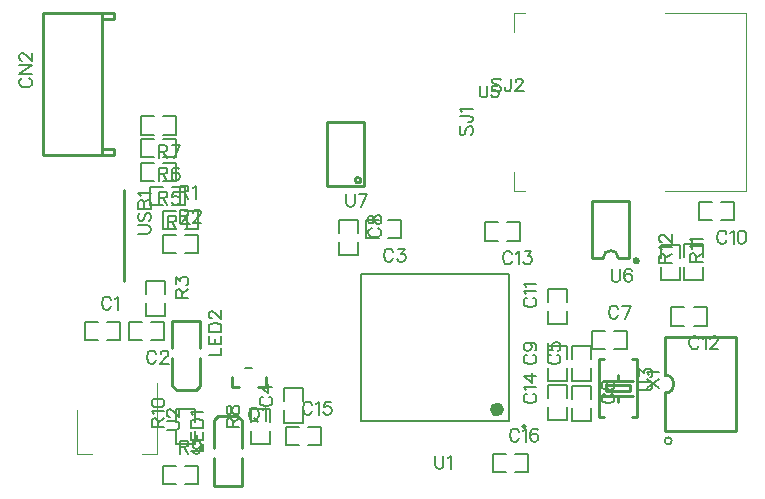
<source format=gto>
G04 ---------------------------- Layer name :TOP SILK LAYER*
G04 EasyEDA v5.7.22, Tue, 28 Aug 2018 07:39:09 GMT*
G04 bfd24f9e386c429bb71d77877026fdf2*
G04 Gerber Generator version 0.2*
G04 Scale: 100 percent, Rotated: No, Reflected: No *
G04 Dimensions in inches *
G04 leading zeros omitted , absolute positions ,2 integer and 4 decimal *
%FSLAX24Y24*%
%MOIN*%
G90*
G70D02*

%ADD14C,0.010000*%
%ADD40C,0.004724*%
%ADD41C,0.009842*%
%ADD42C,0.007874*%
%ADD43C,0.010630*%
%ADD44C,0.007900*%
%ADD45C,0.004720*%
%ADD46C,0.009800*%
%ADD47C,0.023600*%
%ADD48C,0.007000*%
%ADD49C,0.005910*%

%LPD*%
G54D40*
G01X688Y2865D02*
G01X688Y1386D01*
G01X1185Y1386D01*
G01X3374Y3751D02*
G01X3374Y1386D01*
G01X2877Y1386D01*
G54D41*
G01X20310Y5303D02*
G01X22672Y5303D01*
G01X22672Y5303D02*
G01X22672Y2153D01*
G01X22672Y2153D02*
G01X20310Y2153D01*
G01X20310Y2153D02*
G01X20310Y3432D01*
G01X20310Y4023D02*
G01X20310Y5303D01*
G54D14*
G01X2281Y7178D02*
G01X2281Y10209D01*
G54D42*
G01X1703Y5813D02*
G01X2137Y5813D01*
G01X2137Y5182D01*
G01X1703Y5182D01*
G01X1389Y5813D02*
G01X955Y5813D01*
G01X955Y5419D01*
G01X955Y5182D01*
G01X1389Y5182D01*
G01X2859Y5182D02*
G01X2426Y5182D01*
G01X2426Y5813D01*
G01X2859Y5813D01*
G01X3174Y5182D02*
G01X3607Y5182D01*
G01X3607Y5576D01*
G01X3607Y5813D01*
G01X3174Y5813D01*
G01X4303Y9513D02*
G01X4737Y9513D01*
G01X4737Y8882D01*
G01X4303Y8882D01*
G01X3989Y9513D02*
G01X3555Y9513D01*
G01X3555Y9119D01*
G01X3555Y8882D01*
G01X3989Y8882D01*
G01X4303Y8713D02*
G01X4737Y8713D01*
G01X4737Y8082D01*
G01X4303Y8082D01*
G01X3989Y8713D02*
G01X3555Y8713D01*
G01X3555Y8319D01*
G01X3555Y8082D01*
G01X3989Y8082D01*
G01X3646Y6426D02*
G01X3646Y5992D01*
G01X3016Y5992D01*
G01X3016Y6426D01*
G01X3646Y6740D02*
G01X3646Y7174D01*
G01X3252Y7174D01*
G01X3016Y7174D01*
G01X3016Y6740D01*
G01X10759Y8582D02*
G01X10325Y8582D01*
G01X10325Y9213D01*
G01X10759Y9213D01*
G01X11073Y8582D02*
G01X11507Y8582D01*
G01X11507Y8976D01*
G01X11507Y9213D01*
G01X11073Y9213D01*
G01X7616Y3169D02*
G01X7616Y3603D01*
G01X8246Y3603D01*
G01X8246Y3169D01*
G01X7616Y2855D02*
G01X7616Y2421D01*
G01X8010Y2421D01*
G01X8246Y2421D01*
G01X8246Y2855D01*
G01X17216Y4569D02*
G01X17216Y5003D01*
G01X17846Y5003D01*
G01X17846Y4569D01*
G01X17216Y4255D02*
G01X17216Y3821D01*
G01X17610Y3821D01*
G01X17846Y3821D01*
G01X17846Y4255D01*
G54D14*
G01X19201Y2617D02*
G01X19361Y2617D01*
G01X19361Y4578D01*
G01X19201Y4578D01*
G01X18261Y4578D02*
G01X18101Y4578D01*
G01X18101Y2617D01*
G01X18261Y2617D01*
G01X19131Y3698D02*
G01X18331Y3698D01*
G01X18331Y3498D01*
G01X19131Y3498D01*
G01X19131Y3698D01*
G01X19231Y3848D02*
G01X18731Y3848D01*
G01X18231Y3848D01*
G01X19231Y3348D02*
G01X18731Y3348D01*
G01X18231Y3348D01*
G01X18731Y3848D02*
G01X18731Y4048D01*
G01X18731Y3348D02*
G01X18731Y3148D01*
G54D42*
G01X17846Y2926D02*
G01X17846Y2492D01*
G01X17216Y2492D01*
G01X17216Y2926D01*
G01X17846Y3240D02*
G01X17846Y3674D01*
G01X17452Y3674D01*
G01X17216Y3674D01*
G01X17216Y3240D01*
G01X18603Y5513D02*
G01X19037Y5513D01*
G01X19037Y4882D01*
G01X18603Y4882D01*
G01X18289Y5513D02*
G01X17855Y5513D01*
G01X17855Y5119D01*
G01X17855Y4882D01*
G01X18289Y4882D01*
G01X3559Y9682D02*
G01X3126Y9682D01*
G01X3126Y10313D01*
G01X3559Y10313D01*
G01X3874Y9682D02*
G01X4307Y9682D01*
G01X4307Y10076D01*
G01X4307Y10313D01*
G01X3874Y10313D01*
G01X3259Y10482D02*
G01X2826Y10482D01*
G01X2826Y11113D01*
G01X3259Y11113D01*
G01X3574Y10482D02*
G01X4007Y10482D01*
G01X4007Y10876D01*
G01X4007Y11113D01*
G01X3574Y11113D01*
G01X3259Y11282D02*
G01X2826Y11282D01*
G01X2826Y11913D01*
G01X3259Y11913D01*
G01X3574Y11282D02*
G01X4007Y11282D01*
G01X4007Y11676D01*
G01X4007Y11913D01*
G01X3574Y11913D01*
G01X3259Y12023D02*
G01X2826Y12023D01*
G01X2826Y12653D01*
G01X3259Y12653D01*
G01X3574Y12023D02*
G01X4007Y12023D01*
G01X4007Y12417D01*
G01X4007Y12653D01*
G01X3574Y12653D01*
G54D14*
G01X6116Y3642D02*
G01X5856Y3642D01*
G01X6116Y3642D01*
G01X5856Y3642D01*
G01X5856Y3963D01*
G01X7006Y3963D02*
G01X7006Y3642D01*
G01X6746Y3642D01*
G54D42*
G01X6549Y4251D02*
G01X6313Y4251D01*
G01X6516Y2469D02*
G01X6516Y2903D01*
G01X7146Y2903D01*
G01X7146Y2469D01*
G01X6516Y2155D02*
G01X6516Y1721D01*
G01X6910Y1721D01*
G01X7146Y1721D01*
G01X7146Y2155D01*
G01X4303Y1013D02*
G01X4737Y1013D01*
G01X4737Y382D01*
G01X4303Y382D01*
G01X3989Y1013D02*
G01X3555Y1013D01*
G01X3555Y619D01*
G01X3555Y382D01*
G01X3989Y382D01*
G54D43*
G01X5251Y1257D02*
G01X5251Y348D01*
G01X6201Y348D01*
G01X6201Y1257D01*
G01X6201Y1257D01*
G01X6201Y1588D02*
G01X6201Y2517D01*
G01X6041Y2678D01*
G01X5411Y2678D01*
G01X5251Y2517D01*
G01X5251Y1588D01*
G54D42*
G01X10076Y8455D02*
G01X10076Y8021D01*
G01X9446Y8021D01*
G01X9446Y8455D01*
G01X10076Y8769D02*
G01X10076Y9203D01*
G01X9682Y9203D01*
G01X9446Y9203D01*
G01X9446Y8769D01*
G01X16416Y4569D02*
G01X16416Y5003D01*
G01X17046Y5003D01*
G01X17046Y4569D01*
G01X16416Y4255D02*
G01X16416Y3821D01*
G01X16810Y3821D01*
G01X17046Y3821D01*
G01X17046Y4255D01*
G01X21869Y9182D02*
G01X21435Y9182D01*
G01X21435Y9813D01*
G01X21869Y9813D01*
G01X22183Y9182D02*
G01X22617Y9182D01*
G01X22617Y9576D01*
G01X22617Y9813D01*
G01X22183Y9813D01*
G01X16416Y6469D02*
G01X16416Y6903D01*
G01X17046Y6903D01*
G01X17046Y6469D01*
G01X16416Y6155D02*
G01X16416Y5721D01*
G01X16810Y5721D01*
G01X17046Y5721D01*
G01X17046Y6155D01*
G01X20939Y5663D02*
G01X20505Y5663D01*
G01X20505Y6292D01*
G01X20939Y6292D01*
G01X21253Y5663D02*
G01X21687Y5663D01*
G01X21687Y6057D01*
G01X21687Y6292D01*
G01X21253Y6292D01*
G01X14728Y8492D02*
G01X14295Y8492D01*
G01X14295Y9123D01*
G01X14728Y9123D01*
G01X15043Y8492D02*
G01X15477Y8492D01*
G01X15477Y8886D01*
G01X15477Y9123D01*
G01X15043Y9123D01*
G01X16416Y3269D02*
G01X16416Y3703D01*
G01X17046Y3703D01*
G01X17046Y3269D01*
G01X16416Y2955D02*
G01X16416Y2521D01*
G01X16810Y2521D01*
G01X17046Y2521D01*
G01X17046Y2955D01*
G01X8403Y2313D02*
G01X8837Y2313D01*
G01X8837Y1682D01*
G01X8403Y1682D01*
G01X8089Y2313D02*
G01X7655Y2313D01*
G01X7655Y1919D01*
G01X7655Y1682D01*
G01X8089Y1682D01*
G01X15303Y1413D02*
G01X15737Y1413D01*
G01X15737Y782D01*
G01X15303Y782D01*
G01X14989Y1413D02*
G01X14555Y1413D01*
G01X14555Y1019D01*
G01X14555Y782D01*
G01X14989Y782D01*
G01X4016Y2469D02*
G01X4016Y2903D01*
G01X4646Y2903D01*
G01X4646Y2469D01*
G01X4016Y2155D02*
G01X4016Y1721D01*
G01X4410Y1721D01*
G01X4646Y1721D01*
G01X4646Y2155D01*
G54D43*
G01X4811Y4938D02*
G01X4811Y5848D01*
G01X3861Y5848D01*
G01X3861Y4938D01*
G01X3861Y4938D01*
G01X3861Y4607D02*
G01X3861Y3678D01*
G01X4021Y3517D01*
G01X4651Y3517D01*
G01X4811Y3678D01*
G01X4811Y4607D01*
G54D42*
G01X20786Y7626D02*
G01X20786Y7192D01*
G01X20156Y7192D01*
G01X20156Y7626D01*
G01X20786Y7940D02*
G01X20786Y8374D01*
G01X20392Y8374D01*
G01X20156Y8374D01*
G01X20156Y7940D01*
G01X20936Y7950D02*
G01X20936Y8382D01*
G01X21566Y8382D01*
G01X21566Y7950D01*
G01X20936Y7634D02*
G01X20936Y7201D01*
G01X21330Y7201D01*
G01X21566Y7201D01*
G01X21566Y7634D01*
G54D14*
G01X19111Y7928D02*
G01X19111Y9828D01*
G01X17871Y9828D01*
G01X17871Y7928D01*
G01X17871Y7928D02*
G01X18241Y7928D01*
G01X18741Y7928D02*
G01X19111Y7928D01*
G01X-441Y11363D02*
G01X-441Y14316D01*
G01X-437Y11363D02*
G01X1530Y11363D01*
G01X1530Y11363D02*
G01X1530Y14280D01*
G01X1920Y11363D02*
G01X1920Y11552D01*
G01X1542Y11552D01*
G01X1530Y11552D01*
G01X1518Y11363D02*
G01X1920Y11363D01*
G01X-437Y13142D02*
G01X-437Y16095D01*
G01X-425Y16106D02*
G01X1543Y16106D01*
G01X1530Y13182D02*
G01X1530Y16099D01*
G01X1940Y16103D02*
G01X1940Y15913D01*
G01X1562Y15913D01*
G01X1550Y15913D01*
G01X1535Y16106D02*
G01X1936Y16106D01*
G01X10282Y12457D02*
G01X10282Y10332D01*
G01X9023Y12457D02*
G01X9023Y10332D01*
G01X10282Y12457D02*
G01X9023Y12457D01*
G01X10271Y10328D02*
G01X9071Y10328D01*
G54D44*
G01X10171Y2486D02*
G01X15093Y2486D01*
G01X15093Y7407D01*
G01X10171Y7407D01*
G01X10171Y7407D02*
G01X10171Y2486D01*
G54D45*
G01X15252Y10805D02*
G01X15252Y10163D01*
G01X15629Y10163D01*
G01X15629Y16093D02*
G01X15252Y16093D01*
G01X15252Y15451D01*
G01X20315Y16093D02*
G01X23015Y16093D01*
G01X23015Y10163D01*
G01X20315Y10163D01*
G54D48*
G01X3686Y2198D02*
G01X3992Y2198D01*
G01X4053Y2217D01*
G01X4095Y2259D01*
G01X4115Y2321D01*
G01X4115Y2361D01*
G01X4095Y2423D01*
G01X4053Y2463D01*
G01X3992Y2484D01*
G01X3686Y2484D01*
G01X3788Y2640D02*
G01X3767Y2640D01*
G01X3726Y2659D01*
G01X3706Y2680D01*
G01X3686Y2721D01*
G01X3686Y2803D01*
G01X3706Y2844D01*
G01X3726Y2865D01*
G01X3767Y2884D01*
G01X3808Y2884D01*
G01X3849Y2865D01*
G01X3911Y2824D01*
G01X4115Y2619D01*
G01X4115Y2905D01*
G01X19446Y3528D02*
G01X19752Y3528D01*
G01X19814Y3548D01*
G01X19855Y3588D01*
G01X19875Y3651D01*
G01X19875Y3692D01*
G01X19855Y3753D01*
G01X19814Y3794D01*
G01X19752Y3813D01*
G01X19446Y3813D01*
G01X19446Y3990D02*
G01X19446Y4215D01*
G01X19609Y4092D01*
G01X19609Y4153D01*
G01X19630Y4194D01*
G01X19650Y4215D01*
G01X19711Y4236D01*
G01X19752Y4236D01*
G01X19814Y4215D01*
G01X19855Y4174D01*
G01X19875Y4113D01*
G01X19875Y4051D01*
G01X19855Y3990D01*
G01X19834Y3969D01*
G01X19793Y3949D01*
G01X2741Y8732D02*
G01X3047Y8732D01*
G01X3109Y8752D01*
G01X3150Y8793D01*
G01X3170Y8855D01*
G01X3170Y8896D01*
G01X3150Y8957D01*
G01X3109Y8998D01*
G01X3047Y9018D01*
G01X2741Y9018D01*
G01X2802Y9440D02*
G01X2761Y9399D01*
G01X2741Y9337D01*
G01X2741Y9256D01*
G01X2761Y9194D01*
G01X2802Y9153D01*
G01X2843Y9153D01*
G01X2884Y9174D01*
G01X2904Y9194D01*
G01X2925Y9235D01*
G01X2966Y9358D01*
G01X2986Y9399D01*
G01X3006Y9419D01*
G01X3047Y9440D01*
G01X3109Y9440D01*
G01X3150Y9399D01*
G01X3170Y9337D01*
G01X3170Y9256D01*
G01X3150Y9194D01*
G01X3109Y9153D01*
G01X2741Y9575D02*
G01X3170Y9575D01*
G01X2741Y9575D02*
G01X2741Y9759D01*
G01X2761Y9820D01*
G01X2781Y9841D01*
G01X2822Y9861D01*
G01X2863Y9861D01*
G01X2904Y9841D01*
G01X2925Y9820D01*
G01X2945Y9759D01*
G01X2945Y9575D02*
G01X2945Y9759D01*
G01X2966Y9820D01*
G01X2986Y9841D01*
G01X3027Y9861D01*
G01X3088Y9861D01*
G01X3129Y9841D01*
G01X3150Y9820D01*
G01X3170Y9759D01*
G01X3170Y9575D01*
G01X2822Y9996D02*
G01X2802Y10037D01*
G01X2741Y10098D01*
G01X3170Y10098D01*
G01X1838Y6540D02*
G01X1817Y6582D01*
G01X1776Y6623D01*
G01X1736Y6642D01*
G01X1653Y6642D01*
G01X1613Y6623D01*
G01X1572Y6582D01*
G01X1551Y6540D01*
G01X1531Y6480D01*
G01X1531Y6378D01*
G01X1551Y6315D01*
G01X1572Y6275D01*
G01X1613Y6234D01*
G01X1653Y6213D01*
G01X1736Y6213D01*
G01X1776Y6234D01*
G01X1817Y6275D01*
G01X1838Y6315D01*
G01X1973Y6561D02*
G01X2014Y6582D01*
G01X2075Y6642D01*
G01X2075Y6213D01*
G01X3338Y4740D02*
G01X3317Y4782D01*
G01X3276Y4823D01*
G01X3236Y4842D01*
G01X3153Y4842D01*
G01X3113Y4823D01*
G01X3072Y4782D01*
G01X3051Y4740D01*
G01X3031Y4680D01*
G01X3031Y4578D01*
G01X3051Y4515D01*
G01X3072Y4475D01*
G01X3113Y4434D01*
G01X3153Y4413D01*
G01X3236Y4413D01*
G01X3276Y4434D01*
G01X3317Y4475D01*
G01X3338Y4515D01*
G01X3493Y4740D02*
G01X3493Y4761D01*
G01X3514Y4803D01*
G01X3534Y4823D01*
G01X3575Y4842D01*
G01X3657Y4842D01*
G01X3698Y4823D01*
G01X3718Y4803D01*
G01X3739Y4761D01*
G01X3739Y4721D01*
G01X3718Y4680D01*
G01X3677Y4617D01*
G01X3473Y4413D01*
G01X3759Y4413D01*
G01X4131Y10342D02*
G01X4131Y9913D01*
G01X4131Y10342D02*
G01X4315Y10342D01*
G01X4376Y10323D01*
G01X4397Y10303D01*
G01X4417Y10261D01*
G01X4417Y10221D01*
G01X4397Y10180D01*
G01X4376Y10159D01*
G01X4315Y10138D01*
G01X4131Y10138D01*
G01X4274Y10138D02*
G01X4417Y9913D01*
G01X4552Y10261D02*
G01X4593Y10282D01*
G01X4655Y10342D01*
G01X4655Y9913D01*
G01X4131Y9542D02*
G01X4131Y9113D01*
G01X4131Y9542D02*
G01X4315Y9542D01*
G01X4376Y9523D01*
G01X4397Y9503D01*
G01X4417Y9461D01*
G01X4417Y9421D01*
G01X4397Y9380D01*
G01X4376Y9359D01*
G01X4315Y9338D01*
G01X4131Y9338D01*
G01X4274Y9338D02*
G01X4417Y9113D01*
G01X4573Y9440D02*
G01X4573Y9461D01*
G01X4593Y9503D01*
G01X4614Y9523D01*
G01X4655Y9542D01*
G01X4736Y9542D01*
G01X4777Y9523D01*
G01X4798Y9503D01*
G01X4818Y9461D01*
G01X4818Y9421D01*
G01X4798Y9380D01*
G01X4757Y9317D01*
G01X4552Y9113D01*
G01X4839Y9113D01*
G01X3986Y6598D02*
G01X4415Y6598D01*
G01X3986Y6598D02*
G01X3986Y6782D01*
G01X4006Y6842D01*
G01X4026Y6863D01*
G01X4067Y6884D01*
G01X4108Y6884D01*
G01X4149Y6863D01*
G01X4170Y6842D01*
G01X4190Y6782D01*
G01X4190Y6598D01*
G01X4190Y6740D02*
G01X4415Y6884D01*
G01X3986Y7059D02*
G01X3986Y7284D01*
G01X4149Y7163D01*
G01X4149Y7224D01*
G01X4170Y7265D01*
G01X4190Y7284D01*
G01X4251Y7305D01*
G01X4292Y7305D01*
G01X4353Y7284D01*
G01X4395Y7244D01*
G01X4415Y7182D01*
G01X4415Y7121D01*
G01X4395Y7059D01*
G01X4374Y7040D01*
G01X4333Y7019D01*
G01X11238Y8140D02*
G01X11217Y8182D01*
G01X11176Y8223D01*
G01X11136Y8242D01*
G01X11053Y8242D01*
G01X11013Y8223D01*
G01X10972Y8182D01*
G01X10951Y8140D01*
G01X10931Y8080D01*
G01X10931Y7978D01*
G01X10951Y7915D01*
G01X10972Y7875D01*
G01X11013Y7834D01*
G01X11053Y7813D01*
G01X11136Y7813D01*
G01X11176Y7834D01*
G01X11217Y7875D01*
G01X11238Y7915D01*
G01X11414Y8242D02*
G01X11639Y8242D01*
G01X11516Y8080D01*
G01X11577Y8080D01*
G01X11618Y8059D01*
G01X11639Y8038D01*
G01X11659Y7978D01*
G01X11659Y7936D01*
G01X11639Y7875D01*
G01X11598Y7834D01*
G01X11536Y7813D01*
G01X11475Y7813D01*
G01X11414Y7834D01*
G01X11393Y7855D01*
G01X11373Y7896D01*
G01X6888Y3305D02*
G01X6847Y3284D01*
G01X6806Y3242D01*
G01X6786Y3203D01*
G01X6786Y3121D01*
G01X6806Y3080D01*
G01X6847Y3038D01*
G01X6888Y3017D01*
G01X6949Y2998D01*
G01X7051Y2998D01*
G01X7113Y3017D01*
G01X7153Y3038D01*
G01X7195Y3080D01*
G01X7215Y3121D01*
G01X7215Y3203D01*
G01X7195Y3242D01*
G01X7153Y3284D01*
G01X7113Y3305D01*
G01X6786Y3644D02*
G01X7072Y3440D01*
G01X7072Y3746D01*
G01X6786Y3644D02*
G01X7215Y3644D01*
G01X16488Y4705D02*
G01X16447Y4684D01*
G01X16406Y4642D01*
G01X16386Y4603D01*
G01X16386Y4521D01*
G01X16406Y4480D01*
G01X16447Y4438D01*
G01X16488Y4417D01*
G01X16549Y4398D01*
G01X16651Y4398D01*
G01X16713Y4417D01*
G01X16753Y4438D01*
G01X16795Y4480D01*
G01X16815Y4521D01*
G01X16815Y4603D01*
G01X16795Y4642D01*
G01X16753Y4684D01*
G01X16713Y4705D01*
G01X16386Y5084D02*
G01X16386Y4880D01*
G01X16570Y4859D01*
G01X16549Y4880D01*
G01X16528Y4942D01*
G01X16528Y5003D01*
G01X16549Y5065D01*
G01X16590Y5105D01*
G01X16651Y5126D01*
G01X16692Y5126D01*
G01X16753Y5105D01*
G01X16795Y5065D01*
G01X16815Y5003D01*
G01X16815Y4942D01*
G01X16795Y4880D01*
G01X16774Y4859D01*
G01X16733Y4840D01*
G01X19686Y3598D02*
G01X20115Y3884D01*
G01X19686Y3884D02*
G01X20115Y3598D01*
G01X19767Y4019D02*
G01X19747Y4059D01*
G01X19686Y4121D01*
G01X20115Y4121D01*
G01X18288Y3405D02*
G01X18247Y3384D01*
G01X18206Y3342D01*
G01X18186Y3303D01*
G01X18186Y3221D01*
G01X18206Y3180D01*
G01X18247Y3138D01*
G01X18288Y3117D01*
G01X18349Y3098D01*
G01X18451Y3098D01*
G01X18513Y3117D01*
G01X18553Y3138D01*
G01X18595Y3180D01*
G01X18615Y3221D01*
G01X18615Y3303D01*
G01X18595Y3342D01*
G01X18553Y3384D01*
G01X18513Y3405D01*
G01X18247Y3784D02*
G01X18206Y3765D01*
G01X18186Y3703D01*
G01X18186Y3663D01*
G01X18206Y3601D01*
G01X18267Y3559D01*
G01X18370Y3540D01*
G01X18472Y3540D01*
G01X18553Y3559D01*
G01X18595Y3601D01*
G01X18615Y3663D01*
G01X18615Y3682D01*
G01X18595Y3744D01*
G01X18553Y3784D01*
G01X18492Y3805D01*
G01X18472Y3805D01*
G01X18411Y3784D01*
G01X18370Y3744D01*
G01X18349Y3682D01*
G01X18349Y3663D01*
G01X18370Y3601D01*
G01X18411Y3559D01*
G01X18472Y3540D01*
G01X18738Y6240D02*
G01X18717Y6282D01*
G01X18676Y6323D01*
G01X18636Y6342D01*
G01X18553Y6342D01*
G01X18513Y6323D01*
G01X18472Y6282D01*
G01X18451Y6240D01*
G01X18431Y6180D01*
G01X18431Y6078D01*
G01X18451Y6015D01*
G01X18472Y5975D01*
G01X18513Y5934D01*
G01X18553Y5913D01*
G01X18636Y5913D01*
G01X18676Y5934D01*
G01X18717Y5975D01*
G01X18738Y6015D01*
G01X19159Y6342D02*
G01X18955Y5913D01*
G01X18873Y6342D02*
G01X19159Y6342D01*
G01X3731Y9342D02*
G01X3731Y8913D01*
G01X3731Y9342D02*
G01X3915Y9342D01*
G01X3976Y9323D01*
G01X3997Y9303D01*
G01X4017Y9261D01*
G01X4017Y9221D01*
G01X3997Y9180D01*
G01X3976Y9159D01*
G01X3915Y9138D01*
G01X3731Y9138D01*
G01X3874Y9138D02*
G01X4017Y8913D01*
G01X4357Y9342D02*
G01X4152Y9057D01*
G01X4459Y9057D01*
G01X4357Y9342D02*
G01X4357Y8913D01*
G01X3431Y10142D02*
G01X3431Y9713D01*
G01X3431Y10142D02*
G01X3615Y10142D01*
G01X3676Y10123D01*
G01X3697Y10103D01*
G01X3717Y10061D01*
G01X3717Y10021D01*
G01X3697Y9980D01*
G01X3676Y9959D01*
G01X3615Y9938D01*
G01X3431Y9938D01*
G01X3574Y9938D02*
G01X3717Y9713D01*
G01X4098Y10142D02*
G01X3893Y10142D01*
G01X3873Y9959D01*
G01X3893Y9980D01*
G01X3955Y10000D01*
G01X4016Y10000D01*
G01X4077Y9980D01*
G01X4118Y9938D01*
G01X4139Y9878D01*
G01X4139Y9836D01*
G01X4118Y9775D01*
G01X4077Y9734D01*
G01X4016Y9713D01*
G01X3955Y9713D01*
G01X3893Y9734D01*
G01X3873Y9755D01*
G01X3852Y9796D01*
G01X3431Y10942D02*
G01X3431Y10513D01*
G01X3431Y10942D02*
G01X3615Y10942D01*
G01X3676Y10923D01*
G01X3697Y10903D01*
G01X3717Y10861D01*
G01X3717Y10821D01*
G01X3697Y10780D01*
G01X3676Y10759D01*
G01X3615Y10738D01*
G01X3431Y10738D01*
G01X3574Y10738D02*
G01X3717Y10513D01*
G01X4098Y10882D02*
G01X4077Y10923D01*
G01X4016Y10942D01*
G01X3975Y10942D01*
G01X3914Y10923D01*
G01X3873Y10861D01*
G01X3852Y10759D01*
G01X3852Y10657D01*
G01X3873Y10575D01*
G01X3914Y10534D01*
G01X3975Y10513D01*
G01X3996Y10513D01*
G01X4057Y10534D01*
G01X4098Y10575D01*
G01X4118Y10636D01*
G01X4118Y10657D01*
G01X4098Y10717D01*
G01X4057Y10759D01*
G01X3996Y10780D01*
G01X3975Y10780D01*
G01X3914Y10759D01*
G01X3873Y10717D01*
G01X3852Y10657D01*
G01X3431Y11682D02*
G01X3431Y11253D01*
G01X3431Y11682D02*
G01X3615Y11682D01*
G01X3676Y11663D01*
G01X3697Y11642D01*
G01X3717Y11601D01*
G01X3717Y11561D01*
G01X3697Y11519D01*
G01X3676Y11499D01*
G01X3615Y11478D01*
G01X3431Y11478D01*
G01X3574Y11478D02*
G01X3717Y11253D01*
G01X4139Y11682D02*
G01X3934Y11253D01*
G01X3852Y11682D02*
G01X4139Y11682D01*
G01X6553Y2942D02*
G01X6513Y2923D01*
G01X6472Y2882D01*
G01X6451Y2840D01*
G01X6431Y2780D01*
G01X6431Y2678D01*
G01X6451Y2615D01*
G01X6472Y2575D01*
G01X6513Y2534D01*
G01X6553Y2513D01*
G01X6636Y2513D01*
G01X6676Y2534D01*
G01X6717Y2575D01*
G01X6738Y2615D01*
G01X6758Y2678D01*
G01X6758Y2780D01*
G01X6738Y2840D01*
G01X6717Y2882D01*
G01X6676Y2923D01*
G01X6636Y2942D01*
G01X6553Y2942D01*
G01X6615Y2596D02*
G01X6738Y2473D01*
G01X6893Y2861D02*
G01X6934Y2882D01*
G01X6996Y2942D01*
G01X6996Y2513D01*
G01X5686Y2298D02*
G01X6115Y2298D01*
G01X5686Y2298D02*
G01X5686Y2482D01*
G01X5706Y2542D01*
G01X5726Y2563D01*
G01X5767Y2584D01*
G01X5808Y2584D01*
G01X5849Y2563D01*
G01X5870Y2542D01*
G01X5890Y2482D01*
G01X5890Y2298D01*
G01X5890Y2440D02*
G01X6115Y2584D01*
G01X5686Y2821D02*
G01X5706Y2759D01*
G01X5747Y2740D01*
G01X5788Y2740D01*
G01X5828Y2759D01*
G01X5849Y2801D01*
G01X5870Y2882D01*
G01X5890Y2944D01*
G01X5931Y2984D01*
G01X5972Y3005D01*
G01X6033Y3005D01*
G01X6074Y2984D01*
G01X6095Y2965D01*
G01X6115Y2903D01*
G01X6115Y2821D01*
G01X6095Y2759D01*
G01X6074Y2740D01*
G01X6033Y2719D01*
G01X5972Y2719D01*
G01X5931Y2740D01*
G01X5890Y2780D01*
G01X5870Y2842D01*
G01X5849Y2924D01*
G01X5828Y2965D01*
G01X5788Y2984D01*
G01X5747Y2984D01*
G01X5706Y2965D01*
G01X5686Y2903D01*
G01X5686Y2821D01*
G01X4131Y1842D02*
G01X4131Y1413D01*
G01X4131Y1842D02*
G01X4315Y1842D01*
G01X4376Y1823D01*
G01X4397Y1803D01*
G01X4417Y1761D01*
G01X4417Y1721D01*
G01X4397Y1680D01*
G01X4376Y1659D01*
G01X4315Y1638D01*
G01X4131Y1638D01*
G01X4274Y1638D02*
G01X4417Y1413D01*
G01X4818Y1700D02*
G01X4798Y1638D01*
G01X4757Y1598D01*
G01X4696Y1578D01*
G01X4675Y1578D01*
G01X4614Y1598D01*
G01X4573Y1638D01*
G01X4552Y1700D01*
G01X4552Y1721D01*
G01X4573Y1782D01*
G01X4614Y1823D01*
G01X4675Y1842D01*
G01X4696Y1842D01*
G01X4757Y1823D01*
G01X4798Y1782D01*
G01X4818Y1700D01*
G01X4818Y1598D01*
G01X4798Y1496D01*
G01X4757Y1434D01*
G01X4696Y1413D01*
G01X4655Y1413D01*
G01X4593Y1434D01*
G01X4573Y1475D01*
G01X4486Y1498D02*
G01X4915Y1498D01*
G01X4915Y1498D02*
G01X4915Y1742D01*
G01X4486Y1878D02*
G01X4915Y1878D01*
G01X4486Y1878D02*
G01X4486Y2144D01*
G01X4690Y1878D02*
G01X4690Y2042D01*
G01X4915Y1878D02*
G01X4915Y2144D01*
G01X4486Y2278D02*
G01X4915Y2278D01*
G01X4486Y2278D02*
G01X4486Y2423D01*
G01X4506Y2484D01*
G01X4547Y2525D01*
G01X4588Y2544D01*
G01X4649Y2565D01*
G01X4751Y2565D01*
G01X4813Y2544D01*
G01X4853Y2525D01*
G01X4895Y2484D01*
G01X4915Y2423D01*
G01X4915Y2278D01*
G01X4567Y2701D02*
G01X4547Y2742D01*
G01X4486Y2803D01*
G01X4915Y2803D01*
G01X10518Y8934D02*
G01X10477Y8913D01*
G01X10436Y8873D01*
G01X10416Y8832D01*
G01X10416Y8751D01*
G01X10436Y8709D01*
G01X10477Y8669D01*
G01X10518Y8648D01*
G01X10578Y8628D01*
G01X10681Y8628D01*
G01X10743Y8648D01*
G01X10784Y8669D01*
G01X10825Y8709D01*
G01X10845Y8751D01*
G01X10845Y8832D01*
G01X10825Y8873D01*
G01X10784Y8913D01*
G01X10743Y8934D01*
G01X10416Y9171D02*
G01X10436Y9111D01*
G01X10477Y9090D01*
G01X10518Y9090D01*
G01X10559Y9111D01*
G01X10578Y9151D01*
G01X10600Y9232D01*
G01X10620Y9294D01*
G01X10661Y9336D01*
G01X10702Y9355D01*
G01X10763Y9355D01*
G01X10803Y9336D01*
G01X10825Y9315D01*
G01X10845Y9253D01*
G01X10845Y9171D01*
G01X10825Y9111D01*
G01X10803Y9090D01*
G01X10763Y9069D01*
G01X10702Y9069D01*
G01X10661Y9090D01*
G01X10620Y9130D01*
G01X10600Y9192D01*
G01X10578Y9274D01*
G01X10559Y9315D01*
G01X10518Y9336D01*
G01X10477Y9336D01*
G01X10436Y9315D01*
G01X10416Y9253D01*
G01X10416Y9171D01*
G01X15688Y4705D02*
G01X15647Y4684D01*
G01X15606Y4642D01*
G01X15586Y4603D01*
G01X15586Y4521D01*
G01X15606Y4480D01*
G01X15647Y4438D01*
G01X15688Y4417D01*
G01X15749Y4398D01*
G01X15851Y4398D01*
G01X15913Y4417D01*
G01X15953Y4438D01*
G01X15995Y4480D01*
G01X16015Y4521D01*
G01X16015Y4603D01*
G01X15995Y4642D01*
G01X15953Y4684D01*
G01X15913Y4705D01*
G01X15728Y5105D02*
G01X15790Y5084D01*
G01X15831Y5044D01*
G01X15851Y4982D01*
G01X15851Y4963D01*
G01X15831Y4901D01*
G01X15790Y4859D01*
G01X15728Y4840D01*
G01X15708Y4840D01*
G01X15647Y4859D01*
G01X15606Y4901D01*
G01X15586Y4963D01*
G01X15586Y4982D01*
G01X15606Y5044D01*
G01X15647Y5084D01*
G01X15728Y5105D01*
G01X15831Y5105D01*
G01X15933Y5084D01*
G01X15995Y5044D01*
G01X16015Y4982D01*
G01X16015Y4942D01*
G01X15995Y4880D01*
G01X15953Y4859D01*
G01X22348Y8740D02*
G01X22327Y8782D01*
G01X22286Y8823D01*
G01X22246Y8842D01*
G01X22164Y8842D01*
G01X22123Y8823D01*
G01X22082Y8782D01*
G01X22061Y8740D01*
G01X22041Y8680D01*
G01X22041Y8578D01*
G01X22061Y8515D01*
G01X22082Y8475D01*
G01X22123Y8434D01*
G01X22164Y8413D01*
G01X22246Y8413D01*
G01X22286Y8434D01*
G01X22327Y8475D01*
G01X22348Y8515D01*
G01X22483Y8761D02*
G01X22524Y8782D01*
G01X22585Y8842D01*
G01X22585Y8413D01*
G01X22843Y8842D02*
G01X22781Y8823D01*
G01X22741Y8761D01*
G01X22720Y8659D01*
G01X22720Y8598D01*
G01X22741Y8496D01*
G01X22781Y8434D01*
G01X22843Y8413D01*
G01X22884Y8413D01*
G01X22945Y8434D01*
G01X22986Y8496D01*
G01X23006Y8598D01*
G01X23006Y8659D01*
G01X22986Y8761D01*
G01X22945Y8823D01*
G01X22884Y8842D01*
G01X22843Y8842D01*
G01X15688Y6605D02*
G01X15647Y6584D01*
G01X15606Y6542D01*
G01X15586Y6503D01*
G01X15586Y6421D01*
G01X15606Y6380D01*
G01X15647Y6338D01*
G01X15688Y6317D01*
G01X15749Y6298D01*
G01X15851Y6298D01*
G01X15913Y6317D01*
G01X15953Y6338D01*
G01X15995Y6380D01*
G01X16015Y6421D01*
G01X16015Y6503D01*
G01X15995Y6542D01*
G01X15953Y6584D01*
G01X15913Y6605D01*
G01X15667Y6740D02*
G01X15647Y6780D01*
G01X15586Y6842D01*
G01X16015Y6842D01*
G01X15667Y6976D02*
G01X15647Y7017D01*
G01X15586Y7078D01*
G01X16015Y7078D01*
G01X21418Y5221D02*
G01X21397Y5261D01*
G01X21356Y5303D01*
G01X21316Y5323D01*
G01X21234Y5323D01*
G01X21193Y5303D01*
G01X21152Y5261D01*
G01X21131Y5221D01*
G01X21111Y5159D01*
G01X21111Y5057D01*
G01X21131Y4996D01*
G01X21152Y4955D01*
G01X21193Y4913D01*
G01X21234Y4894D01*
G01X21316Y4894D01*
G01X21356Y4913D01*
G01X21397Y4955D01*
G01X21418Y4996D01*
G01X21553Y5242D02*
G01X21594Y5261D01*
G01X21655Y5323D01*
G01X21655Y4894D01*
G01X21811Y5221D02*
G01X21811Y5242D01*
G01X21831Y5282D01*
G01X21851Y5303D01*
G01X21892Y5323D01*
G01X21974Y5323D01*
G01X22015Y5303D01*
G01X22036Y5282D01*
G01X22056Y5242D01*
G01X22056Y5201D01*
G01X22036Y5159D01*
G01X21995Y5098D01*
G01X21790Y4894D01*
G01X22076Y4894D01*
G01X15208Y8051D02*
G01X15187Y8092D01*
G01X15146Y8132D01*
G01X15106Y8153D01*
G01X15024Y8153D01*
G01X14983Y8132D01*
G01X14942Y8092D01*
G01X14921Y8051D01*
G01X14901Y7990D01*
G01X14901Y7888D01*
G01X14921Y7826D01*
G01X14942Y7784D01*
G01X14983Y7744D01*
G01X15024Y7724D01*
G01X15106Y7724D01*
G01X15146Y7744D01*
G01X15187Y7784D01*
G01X15208Y7826D01*
G01X15343Y8071D02*
G01X15384Y8092D01*
G01X15445Y8153D01*
G01X15445Y7724D01*
G01X15621Y8153D02*
G01X15846Y8153D01*
G01X15723Y7990D01*
G01X15785Y7990D01*
G01X15826Y7969D01*
G01X15846Y7949D01*
G01X15866Y7888D01*
G01X15866Y7846D01*
G01X15846Y7784D01*
G01X15805Y7744D01*
G01X15744Y7724D01*
G01X15682Y7724D01*
G01X15621Y7744D01*
G01X15601Y7765D01*
G01X15580Y7805D01*
G01X15688Y3405D02*
G01X15647Y3384D01*
G01X15606Y3342D01*
G01X15586Y3303D01*
G01X15586Y3221D01*
G01X15606Y3180D01*
G01X15647Y3138D01*
G01X15688Y3117D01*
G01X15749Y3098D01*
G01X15851Y3098D01*
G01X15913Y3117D01*
G01X15953Y3138D01*
G01X15995Y3180D01*
G01X16015Y3221D01*
G01X16015Y3303D01*
G01X15995Y3342D01*
G01X15953Y3384D01*
G01X15913Y3405D01*
G01X15667Y3540D02*
G01X15647Y3580D01*
G01X15586Y3642D01*
G01X16015Y3642D01*
G01X15586Y3982D02*
G01X15872Y3776D01*
G01X15872Y4084D01*
G01X15586Y3982D02*
G01X16015Y3982D01*
G01X8538Y3040D02*
G01X8517Y3082D01*
G01X8476Y3123D01*
G01X8436Y3142D01*
G01X8353Y3142D01*
G01X8313Y3123D01*
G01X8272Y3082D01*
G01X8251Y3040D01*
G01X8231Y2980D01*
G01X8231Y2878D01*
G01X8251Y2815D01*
G01X8272Y2775D01*
G01X8313Y2734D01*
G01X8353Y2713D01*
G01X8436Y2713D01*
G01X8476Y2734D01*
G01X8517Y2775D01*
G01X8538Y2815D01*
G01X8673Y3061D02*
G01X8714Y3082D01*
G01X8775Y3142D01*
G01X8775Y2713D01*
G01X9156Y3142D02*
G01X8951Y3142D01*
G01X8931Y2959D01*
G01X8951Y2980D01*
G01X9012Y3000D01*
G01X9074Y3000D01*
G01X9135Y2980D01*
G01X9176Y2938D01*
G01X9196Y2878D01*
G01X9196Y2836D01*
G01X9176Y2775D01*
G01X9135Y2734D01*
G01X9074Y2713D01*
G01X9012Y2713D01*
G01X8951Y2734D01*
G01X8931Y2755D01*
G01X8910Y2796D01*
G01X15438Y2140D02*
G01X15417Y2182D01*
G01X15376Y2223D01*
G01X15336Y2242D01*
G01X15253Y2242D01*
G01X15213Y2223D01*
G01X15172Y2182D01*
G01X15151Y2140D01*
G01X15131Y2080D01*
G01X15131Y1978D01*
G01X15151Y1915D01*
G01X15172Y1875D01*
G01X15213Y1834D01*
G01X15253Y1813D01*
G01X15336Y1813D01*
G01X15376Y1834D01*
G01X15417Y1875D01*
G01X15438Y1915D01*
G01X15573Y2161D02*
G01X15614Y2182D01*
G01X15675Y2242D01*
G01X15675Y1813D01*
G01X16056Y2182D02*
G01X16035Y2223D01*
G01X15974Y2242D01*
G01X15933Y2242D01*
G01X15871Y2223D01*
G01X15831Y2161D01*
G01X15810Y2059D01*
G01X15810Y1957D01*
G01X15831Y1875D01*
G01X15871Y1834D01*
G01X15933Y1813D01*
G01X15953Y1813D01*
G01X16015Y1834D01*
G01X16056Y1875D01*
G01X16076Y1936D01*
G01X16076Y1957D01*
G01X16056Y2017D01*
G01X16015Y2059D01*
G01X15953Y2080D01*
G01X15933Y2080D01*
G01X15871Y2059D01*
G01X15831Y2017D01*
G01X15810Y1957D01*
G01X3186Y2298D02*
G01X3615Y2298D01*
G01X3186Y2298D02*
G01X3186Y2482D01*
G01X3206Y2542D01*
G01X3226Y2563D01*
G01X3267Y2584D01*
G01X3308Y2584D01*
G01X3349Y2563D01*
G01X3370Y2542D01*
G01X3390Y2482D01*
G01X3390Y2298D01*
G01X3390Y2440D02*
G01X3615Y2584D01*
G01X3267Y2719D02*
G01X3247Y2759D01*
G01X3186Y2821D01*
G01X3615Y2821D01*
G01X3186Y3078D02*
G01X3206Y3017D01*
G01X3267Y2976D01*
G01X3370Y2957D01*
G01X3431Y2957D01*
G01X3533Y2976D01*
G01X3595Y3017D01*
G01X3615Y3078D01*
G01X3615Y3119D01*
G01X3595Y3182D01*
G01X3533Y3223D01*
G01X3431Y3242D01*
G01X3370Y3242D01*
G01X3267Y3223D01*
G01X3206Y3182D01*
G01X3186Y3119D01*
G01X3186Y3078D01*
G01X5086Y4698D02*
G01X5515Y4698D01*
G01X5515Y4698D02*
G01X5515Y4942D01*
G01X5086Y5078D02*
G01X5515Y5078D01*
G01X5086Y5078D02*
G01X5086Y5344D01*
G01X5290Y5078D02*
G01X5290Y5242D01*
G01X5515Y5078D02*
G01X5515Y5344D01*
G01X5086Y5478D02*
G01X5515Y5478D01*
G01X5086Y5478D02*
G01X5086Y5623D01*
G01X5106Y5684D01*
G01X5147Y5725D01*
G01X5188Y5744D01*
G01X5249Y5765D01*
G01X5351Y5765D01*
G01X5413Y5744D01*
G01X5453Y5725D01*
G01X5495Y5684D01*
G01X5515Y5623D01*
G01X5515Y5478D01*
G01X5188Y5921D02*
G01X5167Y5921D01*
G01X5126Y5942D01*
G01X5106Y5961D01*
G01X5086Y6003D01*
G01X5086Y6084D01*
G01X5106Y6126D01*
G01X5126Y6146D01*
G01X5167Y6167D01*
G01X5208Y6167D01*
G01X5249Y6146D01*
G01X5311Y6105D01*
G01X5515Y5901D01*
G01X5515Y6186D01*
G01X21126Y7798D02*
G01X21555Y7798D01*
G01X21126Y7798D02*
G01X21126Y7982D01*
G01X21146Y8042D01*
G01X21166Y8063D01*
G01X21207Y8084D01*
G01X21248Y8084D01*
G01X21289Y8063D01*
G01X21310Y8042D01*
G01X21330Y7982D01*
G01X21330Y7798D01*
G01X21330Y7940D02*
G01X21555Y8084D01*
G01X21207Y8219D02*
G01X21187Y8259D01*
G01X21126Y8321D01*
G01X21555Y8321D01*
G01X21207Y8457D02*
G01X21187Y8498D01*
G01X21126Y8559D01*
G01X21555Y8559D01*
G01X20106Y7778D02*
G01X20535Y7778D01*
G01X20106Y7778D02*
G01X20106Y7961D01*
G01X20126Y8023D01*
G01X20146Y8044D01*
G01X20187Y8063D01*
G01X20228Y8063D01*
G01X20269Y8044D01*
G01X20290Y8023D01*
G01X20310Y7961D01*
G01X20310Y7778D01*
G01X20310Y7921D02*
G01X20535Y8063D01*
G01X20187Y8199D02*
G01X20167Y8240D01*
G01X20106Y8301D01*
G01X20535Y8301D01*
G01X20208Y8457D02*
G01X20187Y8457D01*
G01X20146Y8478D01*
G01X20126Y8498D01*
G01X20106Y8538D01*
G01X20106Y8621D01*
G01X20126Y8661D01*
G01X20146Y8682D01*
G01X20187Y8703D01*
G01X20228Y8703D01*
G01X20269Y8682D01*
G01X20331Y8640D01*
G01X20535Y8436D01*
G01X20535Y8723D01*
G01X18521Y7573D02*
G01X18521Y7267D01*
G01X18541Y7205D01*
G01X18582Y7163D01*
G01X18644Y7144D01*
G01X18685Y7144D01*
G01X18746Y7163D01*
G01X18787Y7205D01*
G01X18807Y7267D01*
G01X18807Y7573D01*
G01X19188Y7511D02*
G01X19167Y7553D01*
G01X19106Y7573D01*
G01X19065Y7573D01*
G01X19003Y7553D01*
G01X18963Y7492D01*
G01X18942Y7388D01*
G01X18942Y7286D01*
G01X18963Y7205D01*
G01X19003Y7163D01*
G01X19065Y7144D01*
G01X19086Y7144D01*
G01X19147Y7163D01*
G01X19188Y7205D01*
G01X19208Y7267D01*
G01X19208Y7286D01*
G01X19188Y7348D01*
G01X19147Y7388D01*
G01X19086Y7409D01*
G01X19065Y7409D01*
G01X19003Y7388D01*
G01X18963Y7348D01*
G01X18942Y7286D01*
G01X-1121Y13934D02*
G01X-1162Y13913D01*
G01X-1203Y13873D01*
G01X-1223Y13832D01*
G01X-1223Y13751D01*
G01X-1203Y13709D01*
G01X-1162Y13669D01*
G01X-1121Y13648D01*
G01X-1060Y13628D01*
G01X-958Y13628D01*
G01X-896Y13648D01*
G01X-855Y13669D01*
G01X-814Y13709D01*
G01X-794Y13751D01*
G01X-794Y13832D01*
G01X-814Y13873D01*
G01X-855Y13913D01*
G01X-896Y13934D01*
G01X-1223Y14069D02*
G01X-794Y14069D01*
G01X-1223Y14069D02*
G01X-794Y14355D01*
G01X-1223Y14355D02*
G01X-794Y14355D01*
G01X-1121Y14511D02*
G01X-1142Y14511D01*
G01X-1183Y14532D01*
G01X-1203Y14553D01*
G01X-1223Y14592D01*
G01X-1223Y14675D01*
G01X-1203Y14715D01*
G01X-1183Y14736D01*
G01X-1142Y14757D01*
G01X-1101Y14757D01*
G01X-1060Y14736D01*
G01X-998Y14696D01*
G01X-794Y14490D01*
G01X-794Y14778D01*
G01X9671Y10073D02*
G01X9671Y9767D01*
G01X9691Y9705D01*
G01X9732Y9663D01*
G01X9794Y9644D01*
G01X9835Y9644D01*
G01X9896Y9663D01*
G01X9937Y9705D01*
G01X9957Y9767D01*
G01X9957Y10073D01*
G01X10378Y10073D02*
G01X10174Y9644D01*
G01X10092Y10073D02*
G01X10378Y10073D01*
G01X12631Y1342D02*
G01X12631Y1036D01*
G01X12651Y975D01*
G01X12692Y934D01*
G01X12753Y913D01*
G01X12795Y913D01*
G01X12856Y934D01*
G01X12897Y975D01*
G01X12917Y1036D01*
G01X12917Y1342D01*
G01X13052Y1261D02*
G01X13093Y1282D01*
G01X13155Y1342D01*
G01X13155Y913D01*
G01X13517Y12324D02*
G01X13476Y12282D01*
G01X13456Y12221D01*
G01X13456Y12140D01*
G01X13476Y12078D01*
G01X13517Y12038D01*
G01X13558Y12038D01*
G01X13599Y12057D01*
G01X13619Y12078D01*
G01X13640Y12119D01*
G01X13681Y12242D01*
G01X13701Y12282D01*
G01X13721Y12303D01*
G01X13762Y12324D01*
G01X13824Y12324D01*
G01X13865Y12282D01*
G01X13885Y12221D01*
G01X13885Y12140D01*
G01X13865Y12078D01*
G01X13824Y12038D01*
G01X13456Y12663D02*
G01X13783Y12663D01*
G01X13844Y12642D01*
G01X13865Y12623D01*
G01X13885Y12582D01*
G01X13885Y12540D01*
G01X13865Y12500D01*
G01X13844Y12480D01*
G01X13783Y12459D01*
G01X13742Y12459D01*
G01X13537Y12799D02*
G01X13517Y12840D01*
G01X13456Y12901D01*
G01X13885Y12901D01*
G01X14827Y13851D02*
G01X14786Y13892D01*
G01X14725Y13913D01*
G01X14643Y13913D01*
G01X14582Y13892D01*
G01X14541Y13851D01*
G01X14541Y13811D01*
G01X14561Y13769D01*
G01X14582Y13750D01*
G01X14623Y13728D01*
G01X14746Y13688D01*
G01X14786Y13667D01*
G01X14807Y13648D01*
G01X14827Y13607D01*
G01X14827Y13544D01*
G01X14786Y13503D01*
G01X14725Y13484D01*
G01X14643Y13484D01*
G01X14582Y13503D01*
G01X14541Y13544D01*
G01X15167Y13913D02*
G01X15167Y13586D01*
G01X15146Y13525D01*
G01X15126Y13503D01*
G01X15085Y13484D01*
G01X15044Y13484D01*
G01X15003Y13503D01*
G01X14983Y13525D01*
G01X14962Y13586D01*
G01X14962Y13626D01*
G01X15322Y13811D02*
G01X15322Y13832D01*
G01X15343Y13873D01*
G01X15363Y13892D01*
G01X15403Y13913D01*
G01X15486Y13913D01*
G01X15527Y13892D01*
G01X15547Y13873D01*
G01X15568Y13832D01*
G01X15568Y13790D01*
G01X15547Y13750D01*
G01X15506Y13688D01*
G01X15302Y13484D01*
G01X15588Y13484D01*
G54D49*
G01X14132Y13658D02*
G01X14132Y13389D01*
G01X14149Y13336D01*
G01X14185Y13300D01*
G01X14239Y13282D01*
G01X14275Y13282D01*
G01X14328Y13300D01*
G01X14364Y13336D01*
G01X14382Y13389D01*
G01X14382Y13658D01*
G01X14715Y13658D02*
G01X14536Y13658D01*
G01X14518Y13497D01*
G01X14536Y13514D01*
G01X14590Y13532D01*
G01X14643Y13532D01*
G01X14697Y13514D01*
G01X14733Y13479D01*
G01X14751Y13425D01*
G01X14751Y13389D01*
G01X14733Y13336D01*
G01X14697Y13300D01*
G01X14643Y13282D01*
G01X14590Y13282D01*
G01X14536Y13300D01*
G01X14518Y13318D01*
G01X14500Y13353D01*
G54D41*
G75*
G01X20310Y4023D02*
G2X20310Y3433I0J-295D01*
G01*
G54D14*
G75*
G01X18241Y7928D02*
G2X18741Y7928I250J0D01*
G01*
G54D46*
G75*
G01X15555Y2309D02*
G3X15555Y2310I49J0D01*
G01*
G54D47*
G75*
G01X14581Y2880D02*
G3X14581Y2882I118J1D01*
G01*
G54D42*
G75*
G01X20526Y1838D02*
G03X20526Y1838I-118J0D01*
G01*
G54D14*
G75*
G01X19416Y7838D02*
G03X19416Y7838I-75J0D01*
G01*
G75*
G01X10171Y10528D02*
G03X10171Y10528I-100J0D01*
G01*
M00*
M02*

</source>
